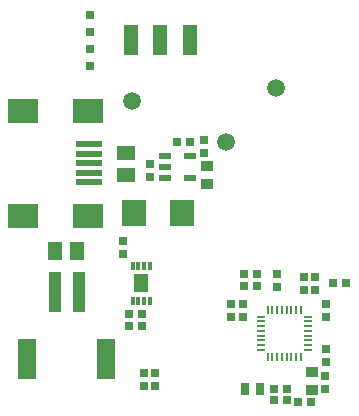
<source format=gbp>
G04 (created by PCBNEW (2013-05-31 BZR 4019)-stable) date 7/3/2014 2:31:18 PM*
%MOIN*%
G04 Gerber Fmt 3.4, Leading zero omitted, Abs format*
%FSLAX34Y34*%
G01*
G70*
G90*
G04 APERTURE LIST*
%ADD10C,0.00590551*%
%ADD11R,0.0906X0.0197*%
%ADD12R,0.0984X0.0787*%
%ADD13C,0.0591*%
%ADD14R,0.0394X0.0236*%
%ADD15R,0.0314X0.0314*%
%ADD16R,0.025X0.04*%
%ADD17R,0.0787X0.0906*%
%ADD18R,0.0394X0.0354*%
%ADD19R,0.0472441X0.0984252*%
%ADD20R,0.0392X0.1377*%
%ADD21R,0.0393X0.1377*%
%ADD22R,0.059X0.1338*%
%ADD23R,0.059X0.1337*%
%ADD24R,0.0275X0.0315*%
%ADD25R,0.0315X0.0275*%
%ADD26R,0.0117X0.0295*%
%ADD27R,0.0492X0.061*%
%ADD28R,0.0512X0.059*%
%ADD29R,0.059X0.0512*%
%ADD30O,0.0314961X0.00787402*%
%ADD31O,0.00787402X0.0314961*%
G04 APERTURE END LIST*
G54D10*
G54D11*
X40198Y-21310D03*
X40198Y-20995D03*
X40198Y-20680D03*
X40198Y-20365D03*
X40198Y-20050D03*
G54D12*
X40159Y-22432D03*
X37994Y-22432D03*
X40159Y-18928D03*
X37994Y-18928D03*
G54D13*
X46420Y-18160D03*
X41600Y-18620D03*
G54D14*
X42704Y-21175D03*
X42704Y-20425D03*
X42704Y-20800D03*
X43536Y-20425D03*
X43536Y-21175D03*
G54D15*
X40200Y-17455D03*
X40200Y-16865D03*
X40200Y-15725D03*
X40200Y-16315D03*
G54D16*
X45389Y-28200D03*
X45891Y-28200D03*
G54D17*
X43271Y-22340D03*
X41689Y-22340D03*
G54D18*
X47600Y-27644D03*
X47600Y-28236D03*
X44100Y-21376D03*
X44100Y-20784D03*
G54D19*
X42560Y-16560D03*
X41575Y-16560D03*
X43544Y-16560D03*
G54D20*
X39834Y-24960D03*
G54D21*
X39046Y-24960D03*
G54D22*
X40757Y-27223D03*
G54D23*
X38122Y-27223D03*
G54D24*
X45300Y-25796D03*
X45300Y-25364D03*
X44920Y-25796D03*
X44920Y-25364D03*
X41300Y-23264D03*
X41300Y-23696D03*
G54D25*
X41514Y-26120D03*
X41946Y-26120D03*
X45776Y-24380D03*
X45344Y-24380D03*
X45776Y-24780D03*
X45344Y-24780D03*
G54D24*
X47340Y-24896D03*
X47340Y-24464D03*
G54D25*
X48324Y-24690D03*
X48756Y-24690D03*
G54D24*
X42010Y-27684D03*
X42010Y-28116D03*
G54D25*
X41956Y-25720D03*
X41524Y-25720D03*
G54D24*
X46460Y-24796D03*
X46460Y-24364D03*
X44020Y-19904D03*
X44020Y-20336D03*
X48080Y-25796D03*
X48080Y-25364D03*
X48080Y-27296D03*
X48080Y-26864D03*
X48040Y-27764D03*
X48040Y-28196D03*
G54D25*
X46776Y-28200D03*
X46344Y-28200D03*
X46776Y-28580D03*
X46344Y-28580D03*
X47164Y-28640D03*
X47596Y-28640D03*
G54D24*
X47720Y-24896D03*
X47720Y-24464D03*
G54D25*
X43536Y-19960D03*
X43104Y-19960D03*
G54D24*
X42370Y-27684D03*
X42370Y-28116D03*
X42200Y-21136D03*
X42200Y-20704D03*
G54D26*
X41635Y-24120D03*
X41833Y-24120D03*
X42027Y-24120D03*
X42225Y-24120D03*
X42225Y-25260D03*
X42027Y-25260D03*
X41833Y-25260D03*
X41635Y-25260D03*
G54D27*
X41930Y-24690D03*
G54D28*
X39795Y-23620D03*
X39045Y-23620D03*
G54D29*
X41420Y-21075D03*
X41420Y-20325D03*
G54D13*
X44740Y-19980D03*
G54D30*
X47477Y-25956D03*
X47477Y-26113D03*
X47477Y-26271D03*
X47477Y-26428D03*
X47477Y-26901D03*
G54D31*
X47241Y-27137D03*
X47083Y-27137D03*
X46926Y-27137D03*
X46768Y-27137D03*
X46611Y-27137D03*
X46453Y-27137D03*
G54D30*
X47477Y-25798D03*
G54D31*
X46296Y-27137D03*
X46138Y-27137D03*
G54D30*
X45902Y-26901D03*
X45902Y-26743D03*
X45902Y-26586D03*
X45902Y-26428D03*
X45902Y-26271D03*
X45902Y-26113D03*
X45902Y-25956D03*
X45902Y-25798D03*
G54D31*
X46138Y-25562D03*
X46296Y-25562D03*
X46453Y-25562D03*
X46611Y-25562D03*
G54D30*
X47477Y-26586D03*
X47477Y-26743D03*
G54D31*
X46768Y-25562D03*
X46926Y-25562D03*
X47083Y-25562D03*
X47241Y-25562D03*
M02*

</source>
